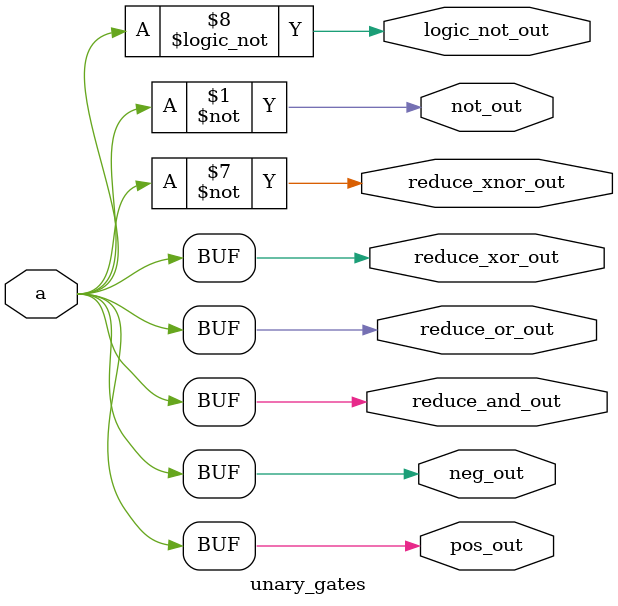
<source format=v>
module unary_gates(
    a,
    not_out, pos_out, neg_out, reduce_and_out, reduce_or_out, reduce_xor_out, reduce_xnor_out, logic_not_out);
  input wire a;
  output wire not_out;
  output wire pos_out;
  output wire neg_out;
  output wire reduce_and_out;
  output wire reduce_or_out;
  output wire reduce_xor_out;
  output wire reduce_xnor_out;
  output wire logic_not_out;
  
  assign not_out = ~a;
  assign pos_out = +a;
  assign neg_out = -a;
  assign reduce_and_out = &a;
  assign reduce_or_out = |a;
  assign reduce_xor_out = ^a;
  assign reduce_xnor_out = ~^a;
  assign logic_not_out = !a;
  
endmodule
</source>
